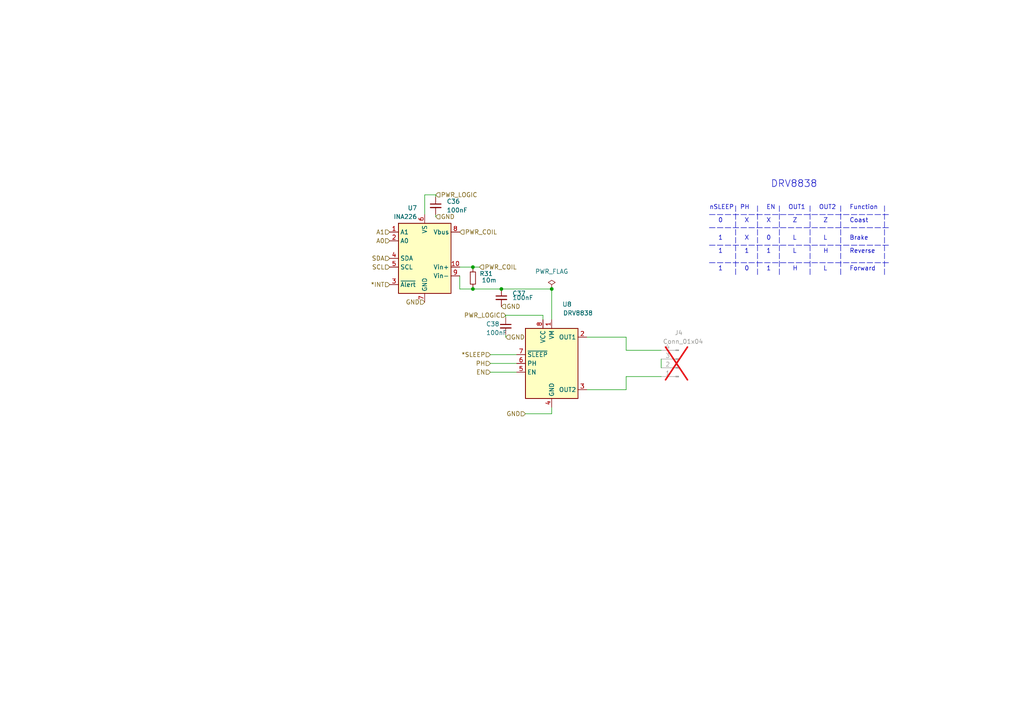
<source format=kicad_sch>
(kicad_sch (version 20231120) (generator "eeschema") (generator_version "8.0")
  (paper "A4")
  (lib_symbols
    (symbol "Connector:Conn_01x04_Pin" (pin_names (offset 1.016) hide)
      (property "Reference" "J" (at 0 5.08 0))
      (property "Value" "Conn_01x04_Pin" (at 0 -7.62 0))
      (symbol "Conn_01x04_Pin_1_1"
        (polyline (pts (xy 1.27 -5.08) (xy 0.8636 -5.08)) (stroke (width 0.1524)))
        (polyline (pts (xy 1.27 -2.54) (xy 0.8636 -2.54)) (stroke (width 0.1524)))
        (polyline (pts (xy 1.27 0) (xy 0.8636 0)) (stroke (width 0.1524)))
        (polyline (pts (xy 1.27 2.54) (xy 0.8636 2.54)) (stroke (width 0.1524)))
        (rectangle (start 0.8636 -4.953) (end 0 -5.207) (stroke (width 0.1524)) (fill (type outline)))
        (rectangle (start 0.8636 -2.413) (end 0 -2.667) (stroke (width 0.1524)) (fill (type outline)))
        (rectangle (start 0.8636 0.127) (end 0 -0.127) (stroke (width 0.1524)) (fill (type outline)))
        (rectangle (start 0.8636 2.667) (end 0 2.413) (stroke (width 0.1524)) (fill (type outline)))
        (pin passive line (at 5.08 2.54 180) (length 3.81) (name "Pin_1") (number "1"))
        (pin passive line (at 5.08 0 180) (length 3.81) (name "Pin_2") (number "2"))
        (pin passive line (at 5.08 -2.54 180) (length 3.81) (name "Pin_3") (number "3"))
        (pin passive line (at 5.08 -5.08 180) (length 3.81) (name "Pin_4") (number "4"))
      )
    )
    (symbol "Device:C_Small" (pin_numbers hide) (pin_names (offset 0.254) hide)
      (property "Reference" "C" (at 0.254 1.778 0))
      (property "Value" "C_Small" (at 0.254 -2.032 0))
      (symbol "C_Small_0_1"
        (polyline (pts (xy -1.524 -0.508) (xy 1.524 -0.508)) (stroke (width 0.3302)))
        (polyline (pts (xy -1.524 0.508) (xy 1.524 0.508)) (stroke (width 0.3048)))
      )
      (symbol "C_Small_1_1"
        (pin passive line (at 0 2.54 270) (length 2.032) (name "~") (number "1"))
        (pin passive line (at 0 -2.54 90) (length 2.032) (name "~") (number "2"))
      )
    )
    (symbol "Device:R_Small" (pin_numbers hide) (pin_names (offset 0.254) hide)
      (property "Reference" "R" (at 0.762 0.508 0))
      (property "Value" "R_Small" (at 0.762 -1.016 0))
      (symbol "R_Small_0_1"
        (rectangle (start -0.762 1.778) (end 0.762 -1.778) (stroke (width 0.2032)))
      )
      (symbol "R_Small_1_1"
        (pin passive line (at 0 2.54 270) (length 0.762) (name "~") (number "1"))
        (pin passive line (at 0 -2.54 90) (length 0.762) (name "~") (number "2"))
      )
    )
    (symbol "Driver_Motor:DRV8838"
      (property "Reference" "U" (at 6.35 11.43 0))
      (property "Value" "DRV8838" (at -10.16 11.43 0))
      (symbol "DRV8838_0_1"
        (rectangle (start -7.62 10.16) (end 7.62 -10.16) (stroke (width 0.254)) (fill (type background)))
      )
      (symbol "DRV8838_1_1"
        (pin power_in line (at 0 12.7 270) (length 2.54) (name "VM") (number "1"))
        (pin output line (at 10.16 7.62 180) (length 2.54) (name "OUT1") (number "2"))
        (pin output line (at 10.16 -7.62 180) (length 2.54) (name "OUT2") (number "3"))
        (pin power_in line (at 0 -12.7 90) (length 2.54) (name "GND") (number "4"))
        (pin input line (at -10.16 -2.54 0) (length 2.54) (name "EN") (number "5"))
        (pin input line (at -10.16 0 0) (length 2.54) (name "PH") (number "6"))
        (pin input line (at -10.16 2.54 0) (length 2.54) (name "~{SLEEP}") (number "7"))
        (pin power_in line (at -2.54 12.7 270) (length 2.54) (name "VCC") (number "8"))
        (pin passive line (at 0 -12.7 90) (length 2.54) hide (name "GND") (number "9"))
      )
    )
    (symbol "Sensor_Energy:INA226"
      (property "Reference" "U" (at -6.35 11.43 0))
      (property "Value" "INA226" (at 3.81 11.43 0))
      (symbol "INA226_0_1"
        (rectangle (start 7.62 10.16) (end -7.62 -10.16) (stroke (width 0.254)) (fill (type background)))
      )
      (symbol "INA226_1_1"
        (pin input line (at 10.16 7.62 180) (length 2.54) (name "A1") (number "1"))
        (pin input line (at -10.16 -2.54 0) (length 2.54) (name "Vin+") (number "10"))
        (pin input line (at 10.16 5.08 180) (length 2.54) (name "A0") (number "2"))
        (pin open_collector line (at 10.16 -7.62 180) (length 2.54) (name "~{Alert}") (number "3"))
        (pin bidirectional line (at 10.16 0 180) (length 2.54) (name "SDA") (number "4"))
        (pin input line (at 10.16 -2.54 180) (length 2.54) (name "SCL") (number "5"))
        (pin power_in line (at 0 12.7 270) (length 2.54) (name "VS") (number "6"))
        (pin power_in line (at 0 -12.7 90) (length 2.54) (name "GND") (number "7"))
        (pin input line (at -10.16 7.62 0) (length 2.54) (name "Vbus") (number "8"))
        (pin input line (at -10.16 -5.08 0) (length 2.54) (name "Vin-") (number "9"))
      )
    )
    (symbol "power:PWR_FLAG" (power) (pin_numbers hide) (pin_names (offset 0) hide)
      (property "Value" "PWR_FLAG" (at 0 3.81 0))
      (symbol "PWR_FLAG_0_0"
        (pin power_out line (at 0 0 90) (length 0) (name "~") (number "1"))
      )
      (symbol "PWR_FLAG_0_1"
        (polyline (pts (xy 0 0) (xy 0 1.27) (xy -1.016 1.905) (xy 0 2.54) (xy 1.016 1.905) (xy 0 1.27)))
      )
    )
  )
  (junction (at 137.16 77.47))
  (junction (at 145.415 83.82))
  (junction (at 137.16 83.82))
  (junction (at 160.02 83.82))
  (wire (pts (xy 152.4 120.015) (xy 160.02 120.015)))
  (wire (pts (xy 133.35 80.01) (xy 133.35 83.82)))
  (wire (pts (xy 139.065 77.47) (xy 137.16 77.47)))
  (wire (pts (xy 170.18 113.03) (xy 181.61 113.03)))
  (wire (pts (xy 146.685 91.44) (xy 157.48 91.44)))
  (polyline (pts (xy 234.95 59.69) (xy 234.95 80.01)) (stroke (width 0) (type dash)))
  (wire (pts (xy 126.365 56.515) (xy 123.19 56.515)))
  (wire (pts (xy 170.18 97.79) (xy 181.61 97.79)))
  (wire (pts (xy 160.02 83.82) (xy 160.02 92.71)))
  (polyline (pts (xy 205.74 62.23) (xy 257.81 62.23)) (stroke (width 0) (type dash)))
  (wire (pts (xy 181.61 113.03) (xy 181.61 109.22)))
  (wire (pts (xy 191.77 104.14) (xy 191.77 106.68)))
  (wire (pts (xy 133.35 83.82) (xy 137.16 83.82)))
  (wire (pts (xy 181.61 101.6) (xy 191.77 101.6)))
  (polyline (pts (xy 243.84 59.69) (xy 243.84 80.01)) (stroke (width 0) (type dash)))
  (wire (pts (xy 181.61 109.22) (xy 191.77 109.22)))
  (polyline (pts (xy 205.74 66.04) (xy 257.81 66.04)) (stroke (width 0) (type dash)))
  (wire (pts (xy 146.685 97.79) (xy 146.685 97.155)))
  (wire (pts (xy 149.86 107.95) (xy 142.24 107.95)))
  (wire (pts (xy 137.16 83.82) (xy 137.16 83.185)))
  (polyline (pts (xy 205.74 76.2) (xy 257.81 76.2)) (stroke (width 0) (type dash)))
  (wire (pts (xy 142.24 105.41) (xy 149.86 105.41)))
  (polyline (pts (xy 219.71 59.69) (xy 219.71 80.01)) (stroke (width 0) (type dash)))
  (wire (pts (xy 137.16 77.47) (xy 133.35 77.47)))
  (wire (pts (xy 146.685 92.075) (xy 146.685 91.44)))
  (wire (pts (xy 126.365 62.865) (xy 126.365 62.23)))
  (wire (pts (xy 142.24 102.87) (xy 149.86 102.87)))
  (wire (pts (xy 145.415 83.82) (xy 160.02 83.82)))
  (wire (pts (xy 137.16 77.47) (xy 137.16 78.105)))
  (wire (pts (xy 137.16 83.82) (xy 145.415 83.82)))
  (wire (pts (xy 181.61 97.79) (xy 181.61 101.6)))
  (wire (pts (xy 157.48 91.44) (xy 157.48 92.71)))
  (polyline (pts (xy 205.74 71.12) (xy 257.81 71.12)) (stroke (width 0) (type dash)))
  (polyline (pts (xy 226.06 59.69) (xy 226.06 80.01)) (stroke (width 0) (type dash)))
  (wire (pts (xy 123.19 56.515) (xy 123.19 62.23)))
  (wire (pts (xy 126.365 57.15) (xy 126.365 56.515)))
  (wire (pts (xy 160.02 120.015) (xy 160.02 118.11)))
  (polyline (pts (xy 213.36 59.69) (xy 213.36 80.01)) (stroke (width 0) (type dash)))
  (polyline (pts (xy 256.54 59.69) (xy 256.54 80.01)) (stroke (width 0) (type dash)))
  (text "L" (at 229.87 69.85 0) (effects (font (size 1.27 1.27)) (justify left bottom)))
  (text "1" (at 208.28 69.85 0) (effects (font (size 1.27 1.27)) (justify left bottom)))
  (text "1" (at 215.9 73.66 0) (effects (font (size 1.27 1.27)) (justify left bottom)))
  (text "1" (at 222.25 78.74 0) (effects (font (size 1.27 1.27)) (justify left bottom)))
  (text "H" (at 229.87 78.74 0) (effects (font (size 1.27 1.27)) (justify left bottom)))
  (text "L" (at 238.76 78.74 0) (effects (font (size 1.27 1.27)) (justify left bottom)))
  (text "0" (at 222.25 69.85 0) (effects (font (size 1.27 1.27)) (justify left bottom)))
  (text "OUT2" (at 237.49 60.96 0) (effects (font (size 1.27 1.27)) (justify left bottom)))
  (text "1" (at 208.28 73.66 0) (effects (font (size 1.27 1.27)) (justify left bottom)))
  (text "1" (at 222.25 73.66 0) (effects (font (size 1.27 1.27)) (justify left bottom)))
  (text "Reverse" (at 246.38 73.66 0) (effects (font (size 1.27 1.27)) (justify left bottom)))
  (text "H" (at 238.76 73.66 0) (effects (font (size 1.27 1.27)) (justify left bottom)))
  (text "0" (at 208.28 64.77 0) (effects (font (size 1.27 1.27)) (justify left bottom)))
  (text "X" (at 215.9 64.77 0) (effects (font (size 1.27 1.27)) (justify left bottom)))
  (text "X" (at 222.25 64.77 0) (effects (font (size 1.27 1.27)) (justify left bottom)))
  (text "Coast" (at 246.38 64.77 0) (effects (font (size 1.27 1.27)) (justify left bottom)))
  (text "PH" (at 214.63 60.96 0) (effects (font (size 1.27 1.27)) (justify left bottom)))
  (text "OUT1" (at 228.6 60.96 0) (effects (font (size 1.27 1.27)) (justify left bottom)))
  (text "Function" (at 246.38 60.96 0) (effects (font (size 1.27 1.27)) (justify left bottom)))
  (text "Z" (at 229.87 64.77 0) (effects (font (size 1.27 1.27)) (justify left bottom)))
  (text "Brake" (at 246.38 69.85 0) (effects (font (size 1.27 1.27)) (justify left bottom)))
  (text "nSLEEP" (at 205.74 60.96 0) (effects (font (size 1.27 1.27)) (justify left bottom)))
  (text "EN" (at 222.25 60.96 0) (effects (font (size 1.27 1.27)) (justify left bottom)))
  (text "DRV8838" (at 223.52 54.61 0) (effects (font (size 2.0066 2.0066)) (justify left bottom)))
  (text "Forward\n" (at 246.38 78.74 0) (effects (font (size 1.27 1.27)) (justify left bottom)))
  (text "X" (at 215.9 69.85 0) (effects (font (size 1.27 1.27)) (justify left bottom)))
  (text "L" (at 229.87 73.66 0) (effects (font (size 1.27 1.27)) (justify left bottom)))
  (text "0" (at 215.9 78.74 0) (effects (font (size 1.27 1.27)) (justify left bottom)))
  (text "Z" (at 238.76 64.77 0) (effects (font (size 1.27 1.27)) (justify left bottom)))
  (text "1" (at 208.28 78.74 0) (effects (font (size 1.27 1.27)) (justify left bottom)))
  (text "L" (at 238.76 69.85 0) (effects (font (size 1.27 1.27)) (justify left bottom)))
  (hierarchical_label "GND" (shape input) (at 152.4 120.015 180))
  (hierarchical_label "GND" (shape input) (at 146.685 97.79 0))
  (hierarchical_label "*INT" (shape input) (at 113.03 82.55 180))
  (hierarchical_label "SCL" (shape input) (at 113.03 77.47 180))
  (hierarchical_label "*SLEEP" (shape input) (at 142.24 102.87 180))
  (hierarchical_label "PH" (shape input) (at 142.24 105.41 180))
  (hierarchical_label "SDA" (shape input) (at 113.03 74.93 180))
  (hierarchical_label "A1" (shape input) (at 113.03 67.31 180))
  (hierarchical_label "PWR_LOGIC" (shape input) (at 146.685 91.44 180))
  (hierarchical_label "A0" (shape input) (at 113.03 69.85 180))
  (hierarchical_label "GND" (shape input) (at 123.19 87.63 180))
  (hierarchical_label "PWR_LOGIC" (shape input) (at 126.365 56.515 0))
  (hierarchical_label "PWR_COIL" (shape input) (at 133.35 67.31 0))
  (hierarchical_label "GND" (shape input) (at 126.365 62.865 0))
  (hierarchical_label "PWR_COIL" (shape input) (at 139.065 77.47 0))
  (hierarchical_label "GND" (shape input) (at 145.415 88.9 0))
  (hierarchical_label "EN" (shape input) (at 142.24 107.95 180))
  (symbol (lib_id "Driver_Motor:DRV8838") (at 160.02 105.41 0) (unit 1)
    (property "Reference" "U8" (at 164.465 88.265 0))
    (property "Value" "DRV8838" (at 167.64 90.805 0))
    (property "Footprint" "Package_SON:WSON-8-1EP_2x2mm_P0.5mm_EP0.9x1.6mm" (effects (hide yes)))
    (property "Datasheet" "http://www.ti.com/lit/ds/symlink/drv8837.pdf" (effects (hide yes)))
    (property "Order" "https://www.digikey.com/product-detail/en/texas-instruments/DRV8838DSGR/296-40081-1-ND/5177958" (effects (hide yes)))
    (property "Part Number" "DRV8838DSGR" (effects (hide yes)))
    (property "Manufacturer" "TI" (effects (hide yes)))
    (instances (project "AVIONICS_BOARD" (path "" (reference "U8") (unit 1)) (path "" (reference "U15") (unit 1)) (path "" (reference "U5") (unit 1))))
  )
  (symbol (lib_id "Device:C_Small") (at 126.365 59.69 0) (unit 1)
    (property "Reference" "C36" (at 129.54 58.4262 0) (effects (justify left)))
    (property "Value" "100nF" (at 129.54 60.9662 0) (effects (justify left)))
    (property "Footprint" "Capacitor_SMD:C_0402_1005Metric_Pad0.74x0.62mm_HandSolder" (effects (hide yes)))
    (property "Datasheet" "https://search.murata.co.jp/Ceramy/image/img/A01X/G101/ENG/GRM155R61E104KA87-01.pdf" (effects (hide yes)))
    (property "Description" "Unpolarized capacitor, small symbol" (effects (hide yes)))
    (property "Manufacturer" "Murata" (effects (hide yes)))
    (property "Part Number" "GRM155R61E104KA87D" (effects (hide yes)))
    (property "Tolerance" "10" (effects (hide yes)))
    (property "Voltage" "25" (effects (hide yes)))
    (instances (project "AVIONICS_BOARD" (path "" (reference "C36") (unit 1)) (path "" (reference "C55") (unit 1)) (path "" (reference "C31") (unit 1))))
  )
  (symbol (lib_id "Sensor_Energy:INA226") (at 123.19 74.93 0) (mirror y) (unit 1)
    (property "Reference" "U7" (at 120.9959 60.325 0) (effects (justify left)))
    (property "Value" "INA226" (at 120.9959 62.865 0) (effects (justify left)))
    (property "Footprint" "Package_SO:VSSOP-10_3x3mm_P0.5mm" (effects (hide yes)))
    (property "Datasheet" "http://www.ti.com/lit/ds/symlink/ina226.pdf" (effects (hide yes)))
    (property "Description" "High-Side or Low-Side Measurement, Bi-Directional Current and Power Monitor (0-36V) with I2C Compatible Interface, VSSOP-10" (effects (hide yes)))
    (property "Manufacturer" "TI" (effects (hide yes)))
    (property "Part Number" "INA226" (effects (hide yes)))
    (instances (project "AVIONICS_BOARD" (path "" (reference "U7") (unit 1)) (path "" (reference "U14") (unit 1)) (path "" (reference "U4") (unit 1))))
  )
  (symbol (lib_id "power:PWR_FLAG") (at 160.02 83.82 0) (unit 1)
    (property "Reference" "#FLG015" (effects (hide yes)))
    (property "Value" "PWR_FLAG" (at 160.02 78.74 0))
    (property "Description" "Special symbol for telling ERC where power comes from" (effects (hide yes)))
    (instances (project "AVIONICS_BOARD" (path "" (reference "#FLG015") (unit 1)) (path "" (reference "#FLG014") (unit 1)) (path "" (reference "#FLG013") (unit 1))))
  )
  (symbol (lib_id "Device:C_Small") (at 146.685 94.615 0) (unit 1)
    (property "Reference" "C38" (at 140.97 93.98 0) (effects (justify left)))
    (property "Value" "100nF" (at 140.97 96.52 0) (effects (justify left)))
    (property "Footprint" "Capacitor_SMD:C_0402_1005Metric_Pad0.74x0.62mm_HandSolder" (effects (hide yes)))
    (property "Datasheet" "https://search.murata.co.jp/Ceramy/image/img/A01X/G101/ENG/GRM155R61E104KA87-01.pdf" (effects (hide yes)))
    (property "Description" "Unpolarized capacitor, small symbol" (effects (hide yes)))
    (property "Manufacturer" "Murata" (effects (hide yes)))
    (property "Part Number" "GRM155R61E104KA87D" (effects (hide yes)))
    (property "Tolerance" "10" (effects (hide yes)))
    (property "Voltage" "25" (effects (hide yes)))
    (instances (project "AVIONICS_BOARD" (path "" (reference "C38") (unit 1)) (path "" (reference "C57") (unit 1)) (path "" (reference "C33") (unit 1))))
  )
  (symbol (lib_id "Device:R_Small") (at 137.16 80.645 0) (unit 1)
    (property "Reference" "R31" (at 139.065 79.3749 0) (effects (justify left)))
    (property "Value" "10m" (at 139.7 81.28 0) (effects (justify left)))
    (property "Footprint" "Resistor_SMD:R_0805_2012Metric_Pad1.20x1.40mm_HandSolder" (effects (hide yes)))
    (property "Datasheet" "https://mm.digikey.com/Volume0/opasdata/d220001/medias/docus/5343/PE_Series_DS.pdf" (effects (hide yes)))
    (property "Description" "Resistor, small symbol" (effects (hide yes)))
    (property "Manufacturer" "YAGEO" (effects (hide yes)))
    (property "Part Number" "PE0805FRE470R01Z" (effects (hide yes)))
    (property "Tolerance" "1" (effects (hide yes)))
    (instances (project "AVIONICS_BOARD" (path "" (reference "R31") (unit 1)) (path "" (reference "R42") (unit 1)) (path "" (reference "R22") (unit 1))))
  )
  (symbol (lib_id "Device:C_Small") (at 145.415 86.36 0) (unit 1)
    (property "Reference" "C37" (at 148.59 85.0962 0) (effects (justify left)))
    (property "Value" "100nF" (at 148.59 86.36 0) (effects (justify left)))
    (property "Footprint" "Capacitor_SMD:C_0402_1005Metric_Pad0.74x0.62mm_HandSolder" (effects (hide yes)))
    (property "Datasheet" "https://search.murata.co.jp/Ceramy/image/img/A01X/G101/ENG/GRM155R61E104KA87-01.pdf" (effects (hide yes)))
    (property "Description" "Unpolarized capacitor, small symbol" (effects (hide yes)))
    (property "Manufacturer" "Murata" (effects (hide yes)))
    (property "Part Number" "GRM155R61E104KA87D" (effects (hide yes)))
    (property "Tolerance" "10" (effects (hide yes)))
    (property "Voltage" "25" (effects (hide yes)))
    (instances (project "AVIONICS_BOARD" (path "" (reference "C37") (unit 1)) (path "" (reference "C56") (unit 1)) (path "" (reference "C32") (unit 1))))
  )
  (symbol (lib_id "Connector:Conn_01x04_Pin") (at 196.85 106.68 180) (unit 1) (dnp yes)
    (property "Reference" "J4" (at 196.85 96.52 0))
    (property "Value" "Conn_01x04" (at 198.12 99.06 0))
    (property "Footprint" "Connector_PinHeader_2.54mm:PinHeader_1x04_P2.54mm_Vertical" (effects (hide yes)))
    (property "Description" "Generic connector, single row, 01x04, script generated" (effects (hide yes)))
    (instances (project "AVIONICS_BOARD" (path "" (reference "J4") (unit 1)) (path "" (reference "J9") (unit 1)) (path "" (reference "J1") (unit 1))))
  )
)
</source>
